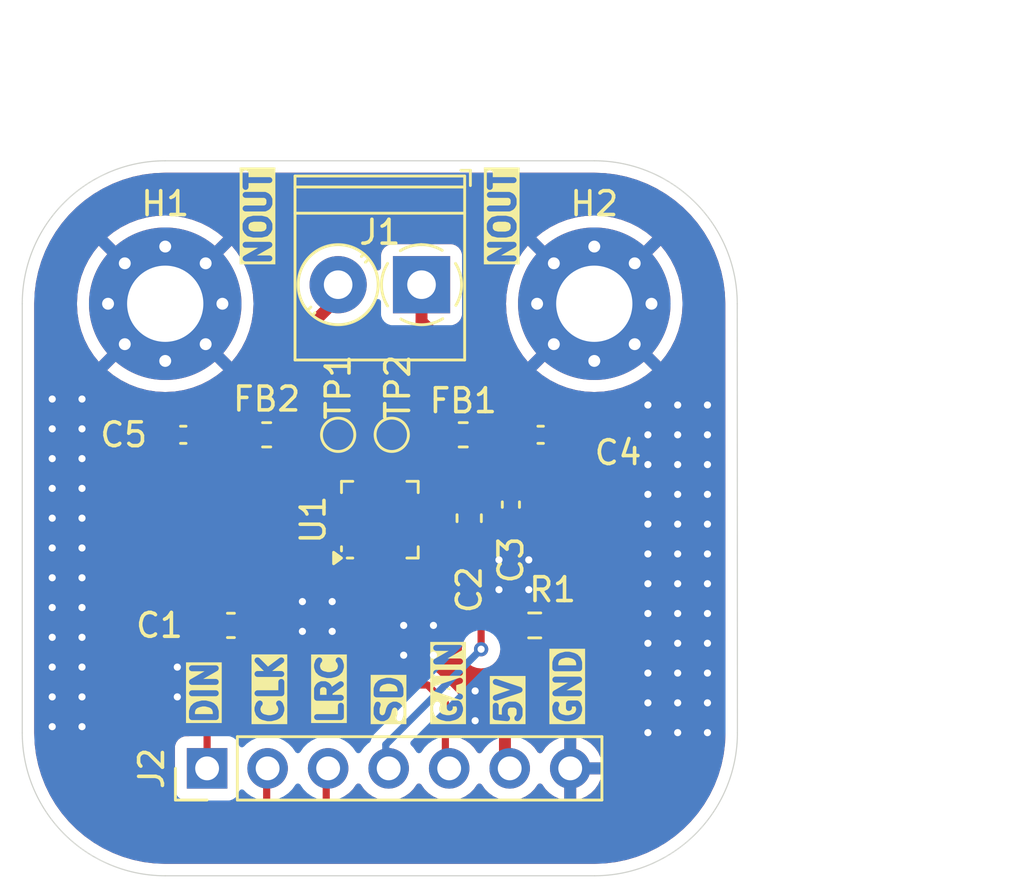
<source format=kicad_pcb>
(kicad_pcb (version 20240108) (generator "pcbnew") (generator_version "8.0")
  (layers (0 "F.Cu" signal) (31 "B.Cu" signal) (34 "B.Paste" user) (35 "F.Paste" user) (36 "B.SilkS" user "B.Silkscreen") (37 "F.SilkS" user "F.Silkscreen") (38 "B.Mask" user) (39 "F.Mask" user) (44 "Edge.Cuts" user))
  (net 0 "")
  (net 1 "/BCLK")
  (net 2 "GND")
  (net 3 "+5V")
  (net 4 "/POUT")
  (net 5 "/NOUT")
  (net 6 "Net-(U1-OUTP)")
  (net 7 "Net-(U1-OUTN)")
  (net 8 "/SD")
  (net 9 "/LRC")
  (net 10 "/GAIN")
  (net 11 "/DIN")
  (footprint "Inductor_SMD:L_0603_1608Metric_Pad1.05x0.95mm_HandSolder" (layer "F.Cu") (at 169.75 90.25)
    (property "Reference" "FB1" (at 0 -1.43 0) (layer "F.SilkS"))
    (property "Value" "100R_100MHz 3A")
    (fp_line (start -0.171267 -0.51) (end 0.171267 -0.51) (stroke (width 0.12)) (layer "F.SilkS"))
    (fp_line (start -0.171267 0.51) (end 0.171267 0.51) (stroke (width 0.12)) (layer "F.SilkS"))
    (pad "1" smd roundrect (at -0.875 0) (size 1.05 0.95) (layers "F.Cu" "F.Paste" "F.Mask") (net 6 "Net-(U1-OUTP)"))
    (pad "2" smd roundrect (at 0.875 0) (size 1.05 0.95) (layers "F.Cu" "F.Paste" "F.Mask") (net 4 "/POUT"))
  )
  (footprint "Capacitor_SMD:C_0402_1005Metric_Pad0.74x0.62mm_HandSolder" (layer "F.Cu") (at 173 90.25)
    (property "Reference" "C4" (at 3.25 0.75 0) (layer "F.SilkS"))
    (property "Value" "220pF")
    (fp_line (start -0.115835 -0.36) (end 0.115835 -0.36) (stroke (width 0.12)) (layer "F.SilkS"))
    (fp_line (start -0.115835 0.36) (end 0.115835 0.36) (stroke (width 0.12)) (layer "F.SilkS"))
    (pad "1" smd roundrect (at -0.5675 0) (size 0.735 0.62) (layers "F.Cu" "F.Paste" "F.Mask") (net 4 "/POUT"))
    (pad "2" smd roundrect (at 0.5675 0) (size 0.735 0.62) (layers "F.Cu" "F.Paste" "F.Mask") (net 2 "GND"))
  )
  (footprint "Resistor_SMD:R_0603_1608Metric_Pad0.98x0.95mm_HandSolder" (layer "F.Cu") (at 172.75 98.25)
    (property "Reference" "R1" (at 0.75 -1.5 180) (layer "F.SilkS"))
    (property "Value" "1M")
    (fp_line (start -0.254724 -0.5225) (end 0.254724 -0.5225) (stroke (width 0.12)) (layer "F.SilkS"))
    (fp_line (start -0.254724 0.5225) (end 0.254724 0.5225) (stroke (width 0.12)) (layer "F.SilkS"))
    (pad "1" smd roundrect (at -0.9125 0) (size 0.975 0.95) (layers "F.Cu" "F.Paste" "F.Mask") (net 8 "/SD"))
    (pad "2" smd roundrect (at 0.9125 0) (size 0.975 0.95) (layers "F.Cu" "F.Paste" "F.Mask") (net 3 "+5V"))
  )
  (footprint "Capacitor_SMD:C_0402_1005Metric_Pad0.74x0.62mm_HandSolder" (layer "F.Cu") (at 158 90.25 180)
    (property "Reference" "C5" (at 2.5 0 0) (layer "F.SilkS"))
    (property "Value" "220pF")
    (fp_line (start -0.115835 0.36) (end 0.115835 0.36) (stroke (width 0.12)) (layer "F.SilkS"))
    (fp_line (start -0.115835 -0.36) (end 0.115835 -0.36) (stroke (width 0.12)) (layer "F.SilkS"))
    (pad "1" smd roundrect (at -0.5675 0 180) (size 0.735 0.62) (layers "F.Cu" "F.Paste" "F.Mask") (net 5 "/NOUT"))
    (pad "2" smd roundrect (at 0.5675 0 180) (size 0.735 0.62) (layers "F.Cu" "F.Paste" "F.Mask") (net 2 "GND"))
  )
  (footprint "Connector_PinHeader_2.54mm:PinHeader_1x07_P2.54mm_Vertical" (layer "F.Cu") (at 159 104.25 90)
    (property "Reference" "J2" (at 0 -2.33 90) (layer "F.SilkS"))
    (property "Value" "INPUT")
    (fp_line (start -1.33 -1.33) (end 0 -1.33) (stroke (width 0.12)) (layer "F.SilkS"))
    (fp_line (start -1.33 0) (end -1.33 -1.33) (stroke (width 0.12)) (layer "F.SilkS"))
    (fp_line (start 1.33 1.27) (end 1.33 16.57) (stroke (width 0.12)) (layer "F.SilkS"))
    (fp_line (start -1.33 1.27) (end 1.33 1.27) (stroke (width 0.12)) (layer "F.SilkS"))
    (fp_line (start -1.33 1.27) (end -1.33 16.57) (stroke (width 0.12)) (layer "F.SilkS"))
    (fp_line (start -1.33 16.57) (end 1.33 16.57) (stroke (width 0.12)) (layer "F.SilkS"))
    (pad "1" thru_hole rect (at 0 0 90) (size 1.7 1.7) (drill 1) (layers "*.Cu" "*.Mask") (net 11 "/DIN"))
    (pad "2" thru_hole oval (at 0 2.54 90) (size 1.7 1.7) (drill 1) (layers "*.Cu" "*.Mask") (net 1 "/BCLK"))
    (pad "3" thru_hole oval (at 0 5.08 90) (size 1.7 1.7) (drill 1) (layers "*.Cu" "*.Mask") (net 9 "/LRC"))
    (pad "4" thru_hole oval (at 0 7.62 90) (size 1.7 1.7) (drill 1) (layers "*.Cu" "*.Mask") (net 8 "/SD"))
    (pad "5" thru_hole oval (at 0 10.16 90) (size 1.7 1.7) (drill 1) (layers "*.Cu" "*.Mask") (net 10 "/GAIN"))
    (pad "6" thru_hole oval (at 0 12.7 90) (size 1.7 1.7) (drill 1) (layers "*.Cu" "*.Mask") (net 3 "+5V"))
    (pad "7" thru_hole oval (at 0 15.24 90) (size 1.7 1.7) (drill 1) (layers "*.Cu" "*.Mask") (net 2 "GND"))
  )
  (footprint "Package_DFN_QFN:TQFN-16-1EP_3x3mm_P0.5mm_EP1.23x1.23mm" (layer "F.Cu") (at 166.25 93.8125 90)
    (property "Reference" "U1" (at 0 -2.8 90) (layer "F.SilkS"))
    (property "Value" "MAX98357A")
    (fp_line (start 1.61 -1.61) (end 1.61 -1.135) (stroke (width 0.12)) (layer "F.SilkS"))
    (fp_line (start 1.135 -1.61) (end 1.61 -1.61) (stroke (width 0.12)) (layer "F.SilkS"))
    (fp_line (start -1.135 -1.61) (end -1.31 -1.61) (stroke (width 0.12)) (layer "F.SilkS"))
    (fp_line (start -1.61 -1.135) (end -1.61 -1.37) (stroke (width 0.12)) (layer "F.SilkS"))
    (fp_line (start 1.61 1.61) (end 1.61 1.135) (stroke (width 0.12)) (layer "F.SilkS"))
    (fp_line (start 1.135 1.61) (end 1.61 1.61) (stroke (width 0.12)) (layer "F.SilkS"))
    (fp_line (start -1.135 1.61) (end -1.61 1.61) (stroke (width 0.12)) (layer "F.SilkS"))
    (fp_line (start -1.61 1.61) (end -1.61 1.135) (stroke (width 0.12)) (layer "F.SilkS"))
    (fp_poly (pts (xy -1.61 -1.61) (xy -1.85 -1.94) (xy -1.37 -1.94) (xy -1.61 -1.61)) (stroke (width 0.12)) (fill solid) (layer "F.SilkS"))
    (pad "1" smd roundrect (at -1.4375 -0.75 90) (size 0.825 0.25) (layers "F.Cu" "F.Paste" "F.Mask") (net 11 "/DIN"))
    (pad "2" smd roundrect (at -1.4375 -0.25 90) (size 0.825 0.25) (layers "F.Cu" "F.Paste" "F.Mask") (net 10 "/GAIN"))
    (pad "3" smd roundrect (at -1.4375 0.25 90) (size 0.825 0.25) (layers "F.Cu" "F.Paste" "F.Mask") (net 2 "GND"))
    (pad "4" smd roundrect (at -1.4375 0.75 90) (size 0.825 0.25) (layers "F.Cu" "F.Paste" "F.Mask") (net 8 "/SD"))
    (pad "5" smd roundrect (at -0.75 1.4375 90) (size 0.25 0.825) (layers "F.Cu" "F.Paste" "F.Mask"))
    (pad "6" smd roundrect (at -0.25 1.4375 90) (size 0.25 0.825) (layers "F.Cu" "F.Paste" "F.Mask"))
    (pad "7" smd roundrect (at 0.25 1.4375 90) (size 0.25 0.825) (layers "F.Cu" "F.Paste" "F.Mask") (net 3 "+5V"))
    (pad "8" smd roundrect (at 0.75 1.4375 90) (size 0.25 0.825) (layers "F.Cu" "F.Paste" "F.Mask") (net 3 "+5V"))
    (pad "9" smd roundrect (at 1.4375 0.75 90) (size 0.825 0.25) (layers "F.Cu" "F.Paste" "F.Mask") (net 6 "Net-(U1-OUTP)"))
    (pad "10" smd roundrect (at 1.4375 0.25 90) (size 0.825 0.25) (layers "F.Cu" "F.Paste" "F.Mask") (net 7 "Net-(U1-OUTN)"))
    (pad "11" smd roundrect (at 1.4375 -0.25 90) (size 0.825 0.25) (layers "F.Cu" "F.Paste" "F.Mask") (net 2 "GND"))
    (pad "12" smd roundrect (at 1.4375 -0.75 90) (size 0.825 0.25) (layers "F.Cu" "F.Paste" "F.Mask"))
    (pad "13" smd roundrect (at 0.75 -1.4375 90) (size 0.25 0.825) (layers "F.Cu" "F.Paste" "F.Mask"))
    (pad "14" smd roundrect (at 0.25 -1.4375 90) (size 0.25 0.825) (layers "F.Cu" "F.Paste" "F.Mask") (net 9 "/LRC"))
    (pad "15" smd roundrect (at -0.25 -1.4375 90) (size 0.25 0.825) (layers "F.Cu" "F.Paste" "F.Mask") (net 2 "GND"))
    (pad "16" smd roundrect (at -0.75 -1.4375 90) (size 0.25 0.825) (layers "F.Cu" "F.Paste" "F.Mask") (net 1 "/BCLK"))
    (pad "17" smd rect (at 0 0 90) (size 1.23 1.23) (property pad_prop_heatsink) (layers "F.Cu" "F.Mask") (net 2 "GND"))
  )
  (footprint "MountingHole:MountingHole_3.2mm_M3_Pad_Via" (layer "F.Cu") (at 175.25 84.75)
    (property "Reference" "H2" (at 0 -4.2 0) (layer "F.SilkS"))
    (property "Value" "MountingHole_Pad")
    (pad "1" thru_hole circle (at -2.4 0) (size 0.8 0.8) (drill 0.5) (layers "*.Cu" "*.Mask") (net 2 "GND"))
    (pad "1" thru_hole circle (at -1.697056 -1.697056) (size 0.8 0.8) (drill 0.5) (layers "*.Cu" "*.Mask") (net 2 "GND"))
    (pad "1" thru_hole circle (at -1.697056 1.697056) (size 0.8 0.8) (drill 0.5) (layers "*.Cu" "*.Mask") (net 2 "GND"))
    (pad "1" thru_hole circle (at 0 -2.4) (size 0.8 0.8) (drill 0.5) (layers "*.Cu" "*.Mask") (net 2 "GND"))
    (pad "1" thru_hole circle (at 0 0) (size 6.4 6.4) (drill 3.2) (layers "*.Cu" "*.Mask") (net 2 "GND"))
    (pad "1" thru_hole circle (at 0 2.4) (size 0.8 0.8) (drill 0.5) (layers "*.Cu" "*.Mask") (net 2 "GND"))
    (pad "1" thru_hole circle (at 1.697056 -1.697056) (size 0.8 0.8) (drill 0.5) (layers "*.Cu" "*.Mask") (net 2 "GND"))
    (pad "1" thru_hole circle (at 1.697056 1.697056) (size 0.8 0.8) (drill 0.5) (layers "*.Cu" "*.Mask") (net 2 "GND"))
    (pad "1" thru_hole circle (at 2.4 0) (size 0.8 0.8) (drill 0.5) (layers "*.Cu" "*.Mask") (net 2 "GND"))
  )
  (footprint "MountingHole:MountingHole_3.2mm_M3_Pad_Via" (layer "F.Cu") (at 157.242641 84.75)
    (property "Reference" "H1" (at 0 -4.2 0) (layer "F.SilkS"))
    (property "Value" "MountingHole_Pad")
    (pad "1" thru_hole circle (at -2.4 0) (size 0.8 0.8) (drill 0.5) (layers "*.Cu" "*.Mask") (net 2 "GND"))
    (pad "1" thru_hole circle (at -1.697056 -1.697056) (size 0.8 0.8) (drill 0.5) (layers "*.Cu" "*.Mask") (net 2 "GND"))
    (pad "1" thru_hole circle (at -1.697056 1.697056) (size 0.8 0.8) (drill 0.5) (layers "*.Cu" "*.Mask") (net 2 "GND"))
    (pad "1" thru_hole circle (at 0 -2.4) (size 0.8 0.8) (drill 0.5) (layers "*.Cu" "*.Mask") (net 2 "GND"))
    (pad "1" thru_hole circle (at 0 0) (size 6.4 6.4) (drill 3.2) (layers "*.Cu" "*.Mask") (net 2 "GND"))
    (pad "1" thru_hole circle (at 0 2.4) (size 0.8 0.8) (drill 0.5) (layers "*.Cu" "*.Mask") (net 2 "GND"))
    (pad "1" thru_hole circle (at 1.697056 -1.697056) (size 0.8 0.8) (drill 0.5) (layers "*.Cu" "*.Mask") (net 2 "GND"))
    (pad "1" thru_hole circle (at 1.697056 1.697056) (size 0.8 0.8) (drill 0.5) (layers "*.Cu" "*.Mask") (net 2 "GND"))
    (pad "1" thru_hole circle (at 2.4 0) (size 0.8 0.8) (drill 0.5) (layers "*.Cu" "*.Mask") (net 2 "GND"))
  )
  (footprint "Inductor_SMD:L_0603_1608Metric_Pad1.05x0.95mm_HandSolder" (layer "F.Cu") (at 161.5 90.25 180)
    (property "Reference" "FB2" (at 0 1.5 180) (layer "F.SilkS"))
    (property "Value" "100R_100MHz 3A")
    (fp_line (start -0.171267 0.51) (end 0.171267 0.51) (stroke (width 0.12)) (layer "F.SilkS"))
    (fp_line (start -0.171267 -0.51) (end 0.171267 -0.51) (stroke (width 0.12)) (layer "F.SilkS"))
    (pad "1" smd roundrect (at -0.875 0 180) (size 1.05 0.95) (layers "F.Cu" "F.Paste" "F.Mask") (net 7 "Net-(U1-OUTN)"))
    (pad "2" smd roundrect (at 0.875 0 180) (size 1.05 0.95) (layers "F.Cu" "F.Paste" "F.Mask") (net 5 "/NOUT"))
  )
  (footprint "Capacitor_SMD:C_0603_1608Metric_Pad1.08x0.95mm_HandSolder" (layer "F.Cu") (at 160 98.25 180)
    (property "Reference" "C1" (at 3 0 0) (layer "F.SilkS"))
    (property "Value" "22pF")
    (fp_line (start -0.146267 0.51) (end 0.146267 0.51) (stroke (width 0.12)) (layer "F.SilkS"))
    (fp_line (start -0.146267 -0.51) (end 0.146267 -0.51) (stroke (width 0.12)) (layer "F.SilkS"))
    (pad "1" smd roundrect (at -0.8625 0 180) (size 1.075 0.95) (layers "F.Cu" "F.Paste" "F.Mask") (net 1 "/BCLK"))
    (pad "2" smd roundrect (at 0.8625 0 180) (size 1.075 0.95) (layers "F.Cu" "F.Paste" "F.Mask") (net 2 "GND"))
  )
  (footprint "TestPoint:TestPoint_Pad_D1.0mm" (layer "F.Cu") (at 164.5 90.25)
    (property "Reference" "TP1" (at 0 -2 -90) (layer "F.SilkS"))
    (property "Value" "OUTN")
    (fp_circle (center 0 0) (end 0 0.7) (stroke (width 0.12)) (fill none) (layer "F.SilkS"))
    (pad "1" smd circle (at 0 0) (size 1 1) (layers "F.Cu" "F.Mask") (net 7 "Net-(U1-OUTN)"))
  )
  (footprint "TerminalBlock_Phoenix:TerminalBlock_Phoenix_PT-1,5-2-3.5-H_1x02_P3.50mm_Horizontal" (layer "F.Cu") (at 168 83.95 180)
    (property "Reference" "J1" (at 1.75 2.2 360) (layer "F.SilkS"))
    (property "Value" "OUTPUT")
    (fp_line (start 5.31 -3.16) (end 5.31 4.56) (stroke (width 0.12)) (layer "F.SilkS"))
    (fp_line (start 4.775 -1.069) (end 4.646 -0.941) (stroke (width 0.12)) (layer "F.SilkS"))
    (fp_line (start 4.57 -1.275) (end 4.476 -1.181) (stroke (width 0.12)) (layer "F.SilkS"))
    (fp_line (start 2.525 1.181) (end 2.431 1.274) (stroke (width 0.12)) (layer "F.SilkS"))
    (fp_line (start 2.355 0.941) (end 2.226 1.069) (stroke (width 0.12)) (layer "F.SilkS"))
    (fp_line (start -1.81 4.56) (end 5.31 4.56) (stroke (width 0.12)) (layer "F.SilkS"))
    (fp_line (start -1.81 4.1) (end 5.31 4.1) (stroke (width 0.12)) (layer "F.SilkS"))
    (fp_line (start -1.81 3) (end 5.31 3) (stroke (width 0.12)) (layer "F.SilkS"))
    (fp_line (start -1.81 -3.16) (end 5.31 -3.16) (stroke (width 0.12)) (layer "F.SilkS"))
    (fp_line (start -1.81 -3.16) (end -1.81 4.56) (stroke (width 0.12)) (layer "F.SilkS"))
    (fp_line (start -2.05 4.8) (end -1.65 4.8) (stroke (width 0.12)) (layer "F.SilkS"))
    (fp_line (start -2.05 4.16) (end -2.05 4.8) (stroke (width 0.12)) (layer "F.SilkS"))
    (fp_arc (start 1.425504 -0.890193) (mid 1.680626 0.000476) (end 1.425 0.891) (stroke (width 0.12)) (layer "F.SilkS"))
    (fp_arc (start 0.890264 1.424721) (mid 0.463071 1.61492) (end 0 1.68) (stroke (width 0.12)) (layer "F.SilkS"))
    (fp_arc (start 0.028674 1.680099) (mid -0.435535 1.622918) (end -0.866 1.44) (stroke (width 0.12)) (layer "F.SilkS"))
    (fp_arc (start -0.889894 -1.425358) (mid -0.014012 -1.680286) (end 0.866 -1.44) (stroke (width 0.12)) (layer "F.SilkS"))
    (fp_arc (start -1.425358 0.889894) (mid -1.680286 0.014012) (end -1.44 -0.866) (stroke (width 0.12)) (layer "F.SilkS"))
    (fp_circle (center 3.5 0) (end 5.18 0) (stroke (width 0.12)) (fill none) (layer "F.SilkS"))
    (pad "1" thru_hole rect (at 0 0 180) (size 2.4 2.4) (drill 1.2) (layers "*.Cu" "*.Mask") (net 4 "/POUT"))
    (pad "2" thru_hole circle (at 3.5 0 180) (size 2.4 2.4) (drill 1.2) (layers "*.Cu" "*.Mask") (net 5 "/NOUT"))
  )
  (footprint "Capacitor_SMD:C_0402_1005Metric_Pad0.74x0.62mm_HandSolder" (layer "F.Cu") (at 171.75 93.18 -90)
    (property "Reference" "C3" (at 2.32 0 90) (layer "F.SilkS"))
    (property "Value" "0.1uF")
    (fp_line (start -0.115835 0.36) (end 0.115835 0.36) (stroke (width 0.12)) (layer "F.SilkS"))
    (fp_line (start -0.115835 -0.36) (end 0.115835 -0.36) (stroke (width 0.12)) (layer "F.SilkS"))
    (pad "1" smd roundrect (at -0.5675 0 270) (size 0.735 0.62) (layers "F.Cu" "F.Paste" "F.Mask") (net 3 "+5V"))
    (pad "2" smd roundrect (at 0.5675 0 270) (size 0.735 0.62) (layers "F.Cu" "F.Paste" "F.Mask") (net 2 "GND"))
  )
  (footprint "Capacitor_SMD:C_0603_1608Metric_Pad1.08x0.95mm_HandSolder" (layer "F.Cu") (at 170 93.75 -90)
    (property "Reference" "C2" (at 3 0 90) (layer "F.SilkS"))
    (property "Value" "10uF")
    (fp_line (start -0.146267 0.51) (end 0.146267 0.51) (stroke (width 0.12)) (layer "F.SilkS"))
    (fp_line (start -0.146267 -0.51) (end 0.146267 -0.51) (stroke (width 0.12)) (layer "F.SilkS"))
    (pad "1" smd roundrect (at -0.8625 0 270) (size 1.075 0.95) (layers "F.Cu" "F.Paste" "F.Mask") (net 3 "+5V"))
    (pad "2" smd roundrect (at 0.8625 0 270) (size 1.075 0.95) (layers "F.Cu" "F.Paste" "F.Mask") (net 2 "GND"))
  )
  (footprint "TestPoint:TestPoint_Pad_D1.0mm" (layer "F.Cu") (at 166.75 90.25)
    (property "Reference" "TP2" (at 0.25 -2 -90) (layer "F.SilkS"))
    (property "Value" "OUTP")
    (fp_circle (center 0 0) (end 0 0.7) (stroke (width 0.12)) (fill none) (layer "F.SilkS"))
    (pad "1" smd circle (at 0 0) (size 1 1) (layers "F.Cu" "F.Mask") (net 6 "Net-(U1-OUTP)"))
  )
  (gr_line (start 175.25 78.75) (end 157.242641 78.75) (stroke (width 0.05)) (layer "Edge.Cuts"))
  (gr_arc (start 157.242641 108.757359) (mid 153 107) (end 151.242641 102.757359) (stroke (width 0.05)) (layer "Edge.Cuts"))
  (gr_line (start 157.242641 108.757359) (end 175.257359 108.757359) (stroke (width 0.05)) (layer "Edge.Cuts"))
  (gr_arc (start 175.25 78.75) (mid 179.492641 80.507359) (end 181.25 84.75) (stroke (width 0.05)) (layer "Edge.Cuts"))
  (gr_arc (start 151.242641 84.75) (mid 153 80.507359) (end 157.242641 78.75) (stroke (width 0.05)) (layer "Edge.Cuts"))
  (gr_line (start 151.242641 84.75) (end 151.242641 102.757359) (stroke (width 0.05)) (layer "Edge.Cuts"))
  (gr_line (start 181.257359 102.757359) (end 181.25 84.75) (stroke (width 0.05)) (layer "Edge.Cuts"))
  (gr_arc (start 181.257359 102.757359) (mid 179.5 107) (end 175.257359 108.757359) (stroke (width 0.05)) (layer "Edge.Cuts"))
  (gr_text "NOUT" (at 172 83.25 90) (layer "F.SilkS" knockout) (effects (font (size 1 1) (thickness 0.25) (bold yes)) (justify left bottom)))
  (gr_text "CLK" (at 162.25 102.5 90) (layer "F.SilkS" knockout) (effects (font (size 1 1) (thickness 0.25) (bold yes)) (justify left bottom)))
  (gr_text "5V" (at 172.25 102.5 90) (layer "F.SilkS" knockout) (effects (font (size 1 1) (thickness 0.25) (bold yes)) (justify left bottom)))
  (gr_text "GAIN" (at 169.75 102.5 90) (layer "F.SilkS" knockout) (effects (font (size 1 1) (thickness 0.25) (bold yes)) (justify left bottom)))
  (gr_text "LRC" (at 164.75 102.5 90) (layer "F.SilkS" knockout) (effects (font (size 1 1) (thickness 0.25) (bold yes)) (justify left bottom)))
  (gr_text "DIN" (at 159.5 102.5 90) (layer "F.SilkS" knockout) (effects (font (size 1 1) (thickness 0.25) (bold yes)) (justify left bottom)))
  (gr_text "GND" (at 174.75 102.5 90) (layer "F.SilkS" knockout) (effects (font (size 1 1) (thickness 0.25) (bold yes)) (justify left bottom)))
  (gr_text "SD" (at 167.25 102.5 90) (layer "F.SilkS" knockout) (effects (font (size 1 1) (thickness 0.25) (bold yes)) (justify left bottom)))
  (gr_text "NOUT" (at 161.75 83.25 90) (layer "F.SilkS" knockout) (effects (font (size 1 1) (thickness 0.25) (bold yes)) (justify left bottom)))
  (segment (start 160.8625 95) (end 160.8625 98.25) (width 0.3) (layer "F.Cu") (net 1))
  (segment (start 161.5 105.75) (end 161.25 106) (width 0.3) (layer "F.Cu") (net 1))
  (segment (start 161.25 94.5625) (end 162.0625 94.5625) (width 0.3) (layer "F.Cu") (net 1))
  (segment (start 161.5 104.25) (end 161.5 105.75) (width 0.3) (layer "F.Cu") (net 1))
  (segment (start 156.75 106) (end 156.5 105.75) (width 0.3) (layer "F.Cu") (net 1))
  (segment (start 161.25 106) (end 156.75 106) (width 0.3) (layer "F.Cu") (net 1))
  (segment (start 161 98.3875) (end 160.8625 98.25) (width 0.3) (layer "F.Cu") (net 1))
  (segment (start 160.8625 94.5625) (end 160.8625 95) (width 0.3) (layer "F.Cu") (net 1))
  (segment (start 164.8125 94.5625) (end 162.0625 94.5625) (width 0.3) (layer "F.Cu") (net 1))
  (segment (start 156.5 105.75) (end 156.5 95.5) (width 0.3) (layer "F.Cu") (net 1))
  (segment (start 160.8625 95) (end 160.8625 94.925) (width 0.3) (layer "F.Cu") (net 1))
  (segment (start 160.8625 94.95) (end 160.8625 95) (width 0.3) (layer "F.Cu") (net 1))
  (segment (start 160.8625 94.95) (end 161.25 94.5625) (width 0.3) (layer "F.Cu") (net 1))
  (segment (start 160.5 94.5625) (end 161.25 94.5625) (width 0.3) (layer "F.Cu") (net 1))
  (segment (start 160.8625 94.925) (end 160.5 94.5625) (width 0.3) (layer "F.Cu") (net 1))
  (segment (start 157.4375 94.5625) (end 160.5 94.5625) (width 0.3) (layer "F.Cu") (net 1))
  (segment (start 156.5 95.5) (end 157.4375 94.5625) (width 0.3) (layer "F.Cu") (net 1))
  (segment (start 166.5 95.25) (end 166.5 96) (width 0.3) (layer "F.Cu") (net 2))
  (segment (start 166.5 96) (end 167.25 96.75) (width 0.3) (layer "F.Cu") (net 2))
  (segment (start 166.21875 93.78125) (end 166.25 93.8125) (width 0.3) (layer "F.Cu") (net 2))
  (segment (start 166 94.0625) (end 166.25 93.8125) (width 0.3) (layer "F.Cu") (net 2))
  (segment (start 166 92.375) (end 166 93.5625) (width 0.3) (layer "F.Cu") (net 2))
  (segment (start 166 93.5625) (end 166.21875 93.78125) (width 0.3) (layer "F.Cu") (net 2))
  (segment (start 166.5 95.25) (end 166.5 94.0625) (width 0.3) (layer "F.Cu") (net 2))
  (segment (start 164.8125 94.0625) (end 166 94.0625) (width 0.3) (layer "F.Cu") (net 2))
  (segment (start 166.5 94.0625) (end 166.25 93.8125) (width 0.3) (layer "F.Cu") (net 2))
  (via (at 153.75 92.5) (size 0.6) (drill 0.3) (layers "F.Cu" "B.Cu") (net 2))
  (via (at 177.5 102.75) (size 0.6) (drill 0.3) (layers "F.Cu" "B.Cu") (net 2))
  (via (at 180 96.5) (size 0.6) (drill 0.3) (layers "F.Cu" "B.Cu") (net 2))
  (via (at 178.75 100.25) (size 0.6) (drill 0.3) (layers "F.Cu" "B.Cu") (net 2))
  (via (at 152.5 101.25) (size 0.6) (drill 0.3) (layers "F.Cu" "B.Cu") (net 2))
  (via (at 180 95.25) (size 0.6) (drill 0.3) (layers "F.Cu" "B.Cu") (net 2))
  (via (at 163 98.5) (size 0.6) (drill 0.3) (layers "F.Cu" "B.Cu") (net 2))
  (via (at 152.5 90) (size 0.6) (drill 0.3) (layers "F.Cu" "B.Cu") (net 2))
  (via (at 163 97.25) (size 0.6) (drill 0.3) (layers "F.Cu" "B.Cu") (net 2))
  (via (at 153.75 90) (size 0.6) (drill 0.3) (layers "F.Cu" "B.Cu") (net 2))
  (via (at 178.75 95.25) (size 0.6) (drill 0.3) (layers "F.Cu" "B.Cu") (net 2))
  (via (at 153.75 100) (size 0.6) (drill 0.3) (layers "F.Cu" "B.Cu") (net 2))
  (via (at 168.5 99.5) (size 0.6) (drill 0.3) (layers "F.Cu" "B.Cu") (net 2))
  (via (at 180 90.25) (size 0.6) (drill 0.3) (layers "F.Cu" "B.Cu") (net 2))
  (via (at 180 91.5) (size 0.6) (drill 0.3) (layers "F.Cu" "B.Cu") (net 2))
  (via (at 153.75 88.75) (size 0.6) (drill 0.3) (layers "F.Cu" "B.Cu") (net 2))
  (via (at 164.25 97.25) (size 0.6) (drill 0.3) (layers "F.Cu" "B.Cu") (net 2))
  (via (at 153.75 91.25) (size 0.6) (drill 0.3) (layers "F.Cu" "B.Cu") (net 2))
  (via (at 178.75 101.5) (size 0.6) (drill 0.3) (layers "F.Cu" "B.Cu") (net 2))
  (via (at 152.5 91.25) (size 0.6) (drill 0.3) (layers "F.Cu" "B.Cu") (net 2))
  (via (at 180 94) (size 0.6) (drill 0.3) (layers "F.Cu" "B.Cu") (net 2))
  (via (at 167.25 98.25) (size 0.6) (drill 0.3) (layers "F.Cu" "B.Cu") (net 2))
  (via (at 180 100.25) (size 0.6) (drill 0.3) (layers "F.Cu" "B.Cu") (net 2))
  (via (at 178.75 94) (size 0.6) (drill 0.3) (layers "F.Cu" "B.Cu") (net 2))
  (via (at 167.25 99.5) (size 0.6) (drill 0.3) (layers "F.Cu" "B.Cu") (net 2))
  (via (at 157.75 101.25) (size 0.6) (drill 0.3) (layers "F.Cu" "B.Cu") (net 2))
  (via (at 152.5 92.5) (size 0.6) (drill 0.3) (layers "F.Cu" "B.Cu") (net 2))
  (via (at 178.75 97.75) (size 0.6) (drill 0.3) (layers "F.Cu" "B.Cu") (net 2))
  (via (at 172.5 96.75) (size 0.6) (drill 0.3) (layers "F.Cu" "B.Cu") (net 2))
  (via (at 153.75 97.5) (size 0.6) (drill 0.3) (layers "F.Cu" "B.Cu") (net 2))
  (via (at 178.75 89) (size 0.6) (drill 0.3) (layers "F.Cu" "B.Cu") (net 2))
  (via (at 152.5 95) (size 0.6) (drill 0.3) (layers "F.Cu" "B.Cu") (net 2))
  (via (at 153.75 96.25) (size 0.6) (drill 0.3) (layers "F.Cu" "B.Cu") (net 2))
  (via (at 153.75 98.75) (size 0.6) (drill 0.3) (layers "F.Cu" "B.Cu") (net 2))
  (via (at 164.25 98.5) (size 0.6) (drill 0.3) (layers "F.Cu" "B.Cu") (net 2))
  (via (at 177.5 96.5) (size 0.6) (drill 0.3) (layers "F.Cu" "B.Cu") (net 2))
  (via (at 177.5 90.25) (size 0.6) (drill 0.3) (layers "F.Cu" "B.Cu") (net 2))
  (via (at 153.75 93.75) (size 0.6) (drill 0.3) (layers "F.Cu" "B.Cu") (net 2))
  (via (at 177.5 94) (size 0.6) (drill 0.3) (layers "F.Cu" "B.Cu") (net 2))
  (via (at 177.5 92.75) (size 0.6) (drill 0.3) (layers "F.Cu" "B.Cu") (net 2))
  (via (at 180 97.75) (size 0.6) (drill 0.3) (layers "F.Cu" "B.Cu") (net 2))
  (via (at 152.5 93.75) (size 0.6) (drill 0.3) (layers "F.Cu" "B.Cu") (net 2))
  (via (at 178.75 99) (size 0.6) (drill 0.3) (layers "F.Cu" "B.Cu") (net 2))
  (via (at 153.75 95) (size 0.6) (drill 0.3) (layers "F.Cu" "B.Cu") (net 2))
  (via (at 180 101.5) (size 0.6) (drill 0.3) (layers "F.Cu" "B.Cu") (net 2))
  (via (at 172.5 95.5) (size 0.6) (drill 0.3) (layers "F.Cu" "B.Cu") (net 2))
  (via (at 178.75 91.5) (size 0.6) (drill 0.3) (layers "F.Cu" "B.Cu") (net 2))
  (via (at 177.5 91.5) (size 0.6) (drill 0.3) (layers "F.Cu" "B.Cu") (net 2))
  (via (at 157.75 100) (size 0.6) (drill 0.3) (layers "F.Cu" "B.Cu") (net 2))
  (via (at 178.75 92.75) (size 0.6) (drill 0.3) (layers "F.Cu" "B.Cu") (net 2))
  (via (at 177.5 101.5) (size 0.6) (drill 0.3) (layers "F.Cu" "B.Cu") (net 2))
  (via (at 180 89) (size 0.6) (drill 0.3) (layers "F.Cu" "B.Cu") (net 2))
  (via (at 178.75 90.25) (size 0.6) (drill 0.3) (layers "F.Cu" "B.Cu") (net 2))
  (via (at 180 102.75) (size 0.6) (drill 0.3) (layers "F.Cu" "B.Cu") (net 2))
  (via (at 177.5 97.75) (size 0.6) (drill 0.3) (layers "F.Cu" "B.Cu") (net 2))
  (via (at 180 92.75) (size 0.6) (drill 0.3) (layers "F.Cu" "B.Cu") (net 2))
  (via (at 170.25 102.25) (size 0.6) (drill 0.3) (layers "F.Cu" "B.Cu") (net 2))
  (via (at 152.5 100) (size 0.6) (drill 0.3) (layers "F.Cu" "B.Cu") (net 2))
  (via (at 177.5 95.25) (size 0.6) (drill 0.3) (layers "F.Cu" "B.Cu") (net 2))
  (via (at 168.5 98.25) (size 0.6) (drill 0.3) (layers "F.Cu" "B.Cu") (net 2))
  (via (at 152.5 96.25) (size 0.6) (drill 0.3) (layers "F.Cu" "B.Cu") (net 2))
  (via (at 170.25 101) (size 0.6) (drill 0.3) (layers "F.Cu" "B.Cu") (net 2))
  (via (at 177.5 100.25) (size 0.6) (drill 0.3) (layers "F.Cu" "B.Cu") (net 2))
  (via (at 153.75 101.25) (size 0.6) (drill 0.3) (layers "F.Cu" "B.Cu") (net 2))
  (via (at 153.75 102.5) (size 0.6) (drill 0.3) (layers "F.Cu" "B.Cu") (net 2))
  (via (at 171.25 95.5) (size 0.6) (drill 0.3) (layers "F.Cu" "B.Cu") (net 2))
  (via (at 178.75 96.5) (size 0.6) (drill 0.3) (layers "F.Cu" "B.Cu") (net 2))
  (via (at 178.75 102.75) (size 0.6) (drill 0.3) (layers "F.Cu" "B.Cu") (net 2))
  (via (at 152.5 102.5) (size 0.6) (drill 0.3) (layers "F.Cu" "B.Cu") (net 2))
  (via (at 152.5 88.75) (size 0.6) (drill 0.3) (layers "F.Cu" "B.Cu") (net 2))
  (via (at 180 99) (size 0.6) (drill 0.3) (layers "F.Cu" "B.Cu") (net 2))
  (via (at 152.5 97.5) (size 0.6) (drill 0.3) (layers "F.Cu" "B.Cu") (net 2))
  (via (at 177.5 99) (size 0.6) (drill 0.3) (layers "F.Cu" "B.Cu") (net 2))
  (via (at 171.25 96.75) (size 0.6) (drill 0.3) (layers "F.Cu" "B.Cu") (net 2))
  (via (at 152.5 98.75) (size 0.6) (drill 0.3) (layers "F.Cu" "B.Cu") (net 2))
  (via (at 177.5 89) (size 0.6) (drill 0.3) (layers "F.Cu" "B.Cu") (net 2))
  (segment (start 171.1375 92.6125) (end 171.75 92.6125) (width 0.5) (layer "F.Cu") (net 3))
  (segment (start 173.6625 93.1625) (end 173.1125 92.6125) (width 0.5) (layer "F.Cu") (net 3))
  (segment (start 168.257009 93.492991) (end 168.251518 93.4875) (width 0.5) (layer "F.Cu") (net 3))
  (segment (start 170 92.8875) (end 168.8625 92.8875) (width 0.5) (layer "F.Cu") (net 3))
  (segment (start 167.6875 93.4875) (end 167.6875 93.0625) (width 0.5) (layer "F.Cu") (net 3))
  (segment (start 170 92.8875) (end 170.8625 92.8875) (width 0.5) (layer "F.Cu") (net 3))
  (segment (start 173.6625 98.25) (end 173.6625 93.1625) (width 0.5) (layer "F.Cu") (net 3))
  (segment (start 168.8625 92.8875) (end 168.257009 93.492991) (width 0.5) (layer "F.Cu") (net 3))
  (segment (start 173.1125 92.6125) (end 171.75 92.6125) (width 0.5) (layer "F.Cu") (net 3))
  (segment (start 168.251518 93.4875) (end 167.6875 93.4875) (width 0.5) (layer "F.Cu") (net 3))
  (segment (start 173.6625 100.5875) (end 173.6625 98.25) (width 0.5) (layer "F.Cu") (net 3))
  (segment (start 170.8625 92.8875) (end 171.1375 92.6125) (width 0.5) (layer "F.Cu") (net 3))
  (segment (start 171.5 104.25) (end 171.5 102.75) (width 0.5) (layer "F.Cu") (net 3))
  (segment (start 171.5 102.75) (end 173.6625 100.5875) (width 0.5) (layer "F.Cu") (net 3))
  (segment (start 170.625 90.25) (end 170.625 88.125) (width 0.5) (layer "F.Cu") (net 4))
  (segment (start 170.625 90.25) (end 172.4325 90.25) (width 0.5) (layer "F.Cu") (net 4))
  (segment (start 170.625 88.125) (end 168 85.5) (width 0.5) (layer "F.Cu") (net 4))
  (segment (start 168 85.5) (end 168 83.95) (width 0.5) (layer "F.Cu") (net 4))
  (segment (start 164.5 84.5) (end 164.5 83.95) (width 0.5) (layer "F.Cu") (net 5))
  (segment (start 160.625 88.375) (end 164.5 84.5) (width 0.5) (layer "F.Cu") (net 5))
  (segment (start 160.625 90.25) (end 160.625 88.375) (width 0.5) (layer "F.Cu") (net 5))
  (segment (start 158.5675 90.25) (end 160.625 90.25) (width 0.5) (layer "F.Cu") (net 5))
  (segment (start 168.875 90.875) (end 168.875 90.25) (width 0.3) (layer "F.Cu") (net 6))
  (segment (start 167 90.5) (end 166.75 90.25) (width 0.3) (layer "F.Cu") (net 6))
  (segment (start 167 92.375) (end 167 91.5) (width 0.3) (layer "F.Cu") (net 6))
  (segment (start 166.75 90.25) (end 168.875 90.25) (width 0.3) (layer "F.Cu") (net 6))
  (segment (start 167 91.5) (end 167.25 91.25) (width 0.3) (layer "F.Cu") (net 6))
  (segment (start 167.25 91.25) (end 168.5 91.25) (width 0.3) (layer "F.Cu") (net 6))
  (segment (start 168.5 91.25) (end 168.875 90.875) (width 0.3) (layer "F.Cu") (net 6))
  (segment (start 164.5 90.25) (end 165.5 91.25) (width 0.3) (layer "F.Cu") (net 7))
  (segment (start 162.375 90.25) (end 164.5 90.25) (width 0.5) (layer "F.Cu") (net 7))
  (segment (start 165.5 91.25) (end 166.186298 91.25) (width 0.3) (layer "F.Cu") (net 7))
  (segment (start 166.186298 91.25) (end 166.5 91.563702) (width 0.3) (layer "F.Cu") (net 7))
  (segment (start 166.5 91.563702) (end 166.5 92.375) (width 0.3) (layer "F.Cu") (net 7))
  (segment (start 170.25 98.25) (end 167.25 95.25) (width 0.3) (layer "F.Cu") (net 8))
  (segment (start 167.25 95.25) (end 167 95.25) (width 0.3) (layer "F.Cu") (net 8))
  (segment (start 171.8375 98.25) (end 170.5 98.25) (width 0.3) (layer "F.Cu") (net 8))
  (segment (start 170.5 98.25) (end 170.25 98.25) (width 0.3) (layer "F.Cu") (net 8))
  (segment (start 170.5 98.25) (end 170.5 99.25) (width 0.3) (layer "F.Cu") (net 8))
  (via (at 170.5 99.25) (size 0.6) (drill 0.3) (layers "F.Cu" "B.Cu") (net 8))
  (segment (start 170.5 99.25) (end 166.5 103.25) (width 0.3) (layer "B.Cu") (net 8))
  (segment (start 166.5 103.25) (end 166.5 104.25) (width 0.3) (layer "B.Cu") (net 8))
  (segment (start 155.25 95.25) (end 156.9375 93.5625) (width 0.3) (layer "F.Cu") (net 9))
  (segment (start 163.25 107) (end 156.25 107) (width 0.3) (layer "F.Cu") (net 9))
  (segment (start 164 104.25) (end 164 106.25) (width 0.3) (layer "F.Cu") (net 9))
  (segment (start 156.9375 93.5625) (end 164.8125 93.5625) (width 0.3) (layer "F.Cu") (net 9))
  (segment (start 156.25 107) (end 155.25 106) (width 0.3) (layer "F.Cu") (net 9))
  (segment (start 164 106.25) (end 163.25 107) (width 0.3) (layer "F.Cu") (net 9))
  (segment (start 155.25 106) (end 155.25 95.25) (width 0.3) (layer "F.Cu") (net 9))
  (segment (start 166.5 100.75) (end 166 100.25) (width 0.3) (layer "F.Cu") (net 10))
  (segment (start 166 100.25) (end 166 95.25) (width 0.3) (layer "F.Cu") (net 10))
  (segment (start 169 104.25) (end 169 101.5) (width 0.3) (layer "F.Cu") (net 10))
  (segment (start 168.25 100.75) (end 166.5 100.75) (width 0.3) (layer "F.Cu") (net 10))
  (segment (start 169 101.5) (end 168.25 100.75) (width 0.3) (layer "F.Cu") (net 10))
  (segment (start 160.5 100.75) (end 159 102.25) (width 0.3) (layer "F.Cu") (net 11))
  (segment (start 165.5 100.25) (end 165 100.75) (width 0.3) (layer "F.Cu") (net 11))
  (segment (start 165 100.75) (end 160.5 100.75) (width 0.3) (layer "F.Cu") (net 11))
  (segment (start 159 102.25) (end 159 104.25) (width 0.3) (layer "F.Cu") (net 11))
  (segment (start 165.5 95.25) (end 165.5 100.25) (width 0.3) (layer "F.Cu") (net 11))
  (zone (net 2) (net_name "GND") (layers "F&B.Cu") (connect_pads (clearance 0.5)) (min_thickness 0.25) (fill yes (thermal_gap 0.5) (thermal_bridge_width 0.5))
    (polygon (pts (xy 150.75 78) (xy 182.25 78) (xy 182 109.25) (xy 150.75 109.25)))
  )
)
</source>
